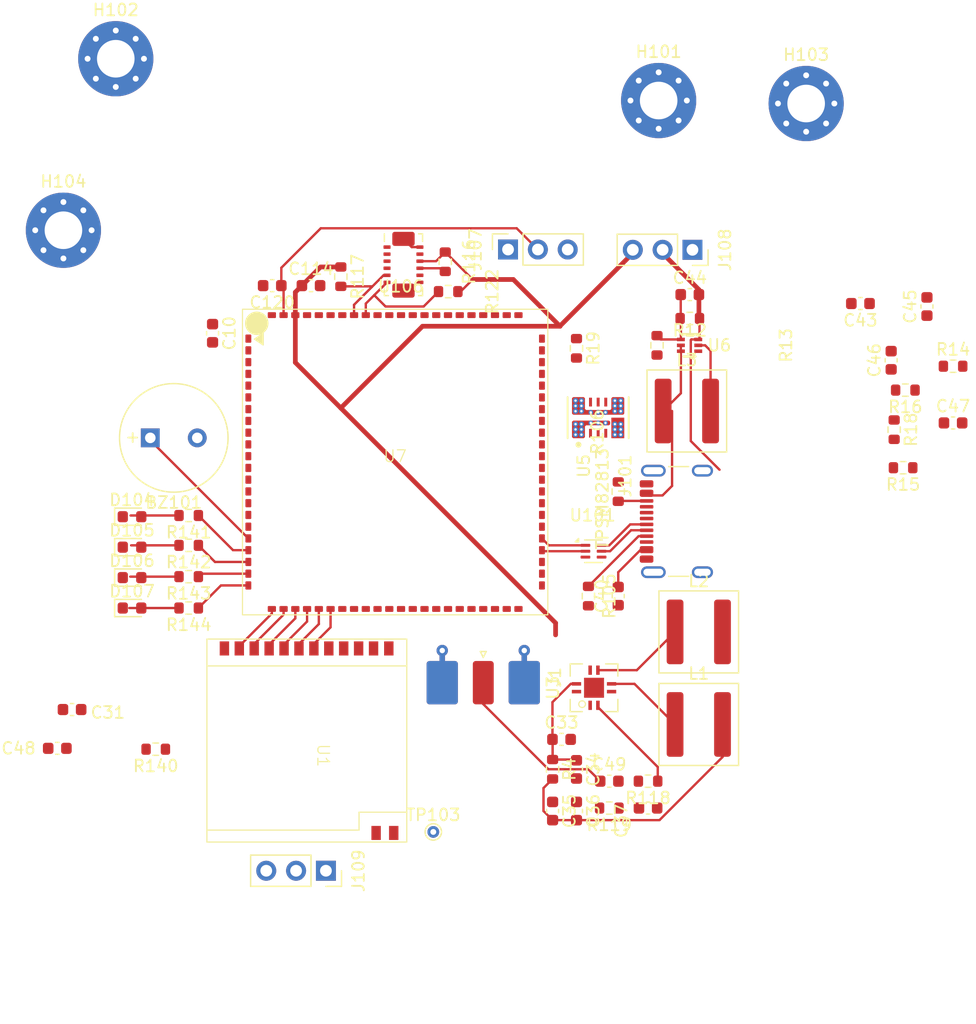
<source format=kicad_pcb>
(kicad_pcb (version 20241229) (generator "pcbnew") (generator_version "9.0")
  (layers (0 "F.Cu" signal) (2 "B.Cu" signal) (13 "F.Paste" user) (15 "B.Paste" user) (5 "F.SilkS" user "F.Silkscreen") (7 "B.SilkS" user "B.Silkscreen") (1 "F.Mask" user) (3 "B.Mask" user) (25 "Edge.Cuts" user))
  (net 0 "")
  (net 1 "/BUZZER")
  (net 2 "GND")
  (net 3 "+3V3")
  (net 4 "Net-(C33-Pad1)")
  (net 5 "+5V")
  (net 6 "Net-(U3-RFOUT)")
  (net 7 "/Si4463_ANT")
  (net 8 "/5V_USB")
  (net 9 "Net-(U6-FB)")
  (net 10 "Net-(U5-SS_TR)")
  (net 11 "Net-(U5-FB)")
  (net 12 "Net-(J1-In)")
  (net 13 "/Antenna_Connector")
  (net 14 "/RESET_SW")
  (net 15 "Net-(D104-A)")
  (net 16 "Net-(D105-A)")
  (net 17 "Net-(D106-A)")
  (net 18 "Net-(D107-A)")
  (net 55 "/D+")
  (net 57 "Net-(J101-CC1)")
  (net 58 "/D-")
  (net 59 "Net-(J101-CC2)")
  (net 61 "/BOOT_SW")
  (net 62 "/SPI_MOSI")
  (net 63 "/SPI_SCK")
  (net 64 "/SPI_MISO")
  (net 65 "Net-(L1-Pad1)")
  (net 66 "Net-(U6-SW)")
  (net 67 "Net-(U5-COMP_FSET)")
  (net 68 "Net-(U5-PG)")
  (net 69 "/SENSE_ALERT")
  (net 70 "/SENSE_SDA")
  (net 71 "/Antenna_Connector_T")
  (net 72 "/SENSE_SCL")
  (net 73 "/LED_RED")
  (net 74 "/LED_ORANGE")
  (net 75 "/LED_GREEN")
  (net 76 "/LED_BLUE")
  (net 77 "/Si4463_nSEL")
  (net 78 "/Si4463_GPIO0")
  (net 80 "/Si4463_nIRQ")
  (net 81 "/Si4463_CS")
  (net 82 "/Si4463_GPIO1")
  (net 84 "Net-(U5-VIN-Pad11)")
  (net 97 "/USB_D-")
  (net 131 "/USB_D+")
  (net 138 "Net-(U106-IN-)")
  (net 139 "Net-(U106-IN+)")
  (net 140 "/VREG_IN")
  (net 141 "/SYS_POWER")
  (footprint "Capacitor_SMD:C_0603_1608Metric" (layer "F.Cu") (at 173.99 62.484)
    (property "Reference" "C114")
    (property "Value" "0.1uF")
  )
  (footprint "Resistor_SMD:R_0603_1608Metric" (layer "F.Cu") (at 197.612 88.9 90)
    (property "Reference" "R105")
    (property "Value" "5.1k")
  )
  (footprint "Inductor_SMD:L_Coilcraft_XAL6060-XXX" (layer "F.Cu") (at 207.01 99.822)
    (property "Reference" "L1")
    (property "Value" "36nH")
  )
  (footprint "Capacitor_SMD:C_0603_1608Metric" (layer "F.Cu") (at 170.688 62.484 180)
    (property "Reference" "C120")
    (property "Value" "1uF")
  )
  (footprint "Resistor_SMD:R_0603_1608Metric" (layer "F.Cu") (at 185.674 62.992 180)
    (property "Reference" "R122")
    (property "Value" "4.7k")
  )
  (footprint "Capacitor_SMD:C_0603_1608Metric" (layer "F.Cu") (at 220.776 64.008 180)
    (property "Reference" "C43")
    (property "Value" "470nF")
  )
  (footprint "Capacitor_SMD:C_0603_1608Metric" (layer "F.Cu") (at 165.608 66.535 -90)
    (property "Reference" "C10")
    (property "Value" "C")
  )
  (footprint "Package_DFN_QFN:ST_UQFN-6L_1.5x1.7mm_P0.5mm" (layer "F.Cu") (at 198.0455 85.082)
    (property "Reference" "U101")
    (property "Value" "ECMF02-2AMX6")
  )
  (footprint "Connector_Coaxial:SMA_Molex_73251-2120_EdgeMount_Horizontal" (layer "F.Cu") (at 188.6585 96.516 -90)
    (property "Reference" "J1")
    (property "Value" "SMA")
  )
  (footprint "MountingHole:MountingHole_3.2mm_M3_Pad_Via" (layer "F.Cu") (at 216.154 46.99)
    (property "Reference" "H103")
    (property "Value" "MountingHole")
  )
  (footprint "Inductor_SMD:L_Coilcraft_XAL6060-XXX" (layer "F.Cu") (at 205.994 73.152)
    (property "Reference" "L3")
    (property "Value" "2.7uH")
  )
  (footprint "Resistor_SMD:R_0603_1608Metric" (layer "F.Cu") (at 203.454 67.564 -90)
    (property "Reference" "R13")
    (property "Value" "100K")
  )
  (footprint "Inductor_SMD:L_Coilcraft_XAL6060-XXX" (layer "F.Cu") (at 207.01 91.948)
    (property "Reference" "L2")
    (property "Value" "47nH")
  )
  (footprint "Capacitor_SMD:C_0603_1608Metric" (layer "F.Cu") (at 194.564 107.188 -90)
    (property "Reference" "C35")
    (property "Value" "100pF")
  )
  (footprint "Package_VQFN:VQFN-REL0014B" (layer "F.Cu") (at 181.864 60.706)
    (property "Reference" "U106")
    (property "Value" "INA745x")
  )
  (footprint "Capacitor_SMD:C_0603_1608Metric" (layer "F.Cu") (at 223.392 68.834 90)
    (property "Reference" "C46")
    (property "Value" "4.7nF")
  )
  (footprint "Capacitor_SMD:C_0603_1608Metric" (layer "F.Cu") (at 196.596 107.188 -90)
    (property "Reference" "C36")
    (property "Value" "1uF")
  )
  (footprint "Resistor_SMD:R_0603_1608Metric" (layer "F.Cu") (at 163.576 89.916 180)
    (property "Reference" "R144")
    (property "Value" "470")
  )
  (footprint "Capacitor_SMD:C_0603_1608Metric" (layer "F.Cu") (at 152.387 101.854)
    (property "Reference" "C48")
    (property "Value" "22uF")
  )
  (footprint "Resistor_SMD:R_0603_1608Metric" (layer "F.Cu") (at 206.248 65.278003 180)
    (property "Reference" "R12")
    (property "Value" "732K")
  )
  (footprint "Resistor_SMD:R_0603_1608Metric" (layer "F.Cu") (at 163.576 84.582 180)
    (property "Reference" "R142")
    (property "Value" "470")
  )
  (footprint "ESP32_P4_Module:ESP32-P4-Module-Waveshare" (layer "F.Cu") (at 167.656 63.994)
    (property "Reference" "U7")
    (property "Value" "~")
  )
  (footprint "Capacitor_SMD:C_0603_1608Metric" (layer "F.Cu") (at 228.663 74.168)
    (property "Reference" "C47")
    (property "Value" "10pF")
  )
  (footprint "Resistor_SMD:R_0603_1608Metric" (layer "F.Cu") (at 163.576 87.246 180)
    (property "Reference" "R143")
    (property "Value" "470")
  )
  (footprint "Resistor_SMD:R_0603_1608Metric" (layer "F.Cu") (at 199.39 106.934 180)
    (property "Reference" "R119")
    (property "Value" "0")
  )
  (footprint "Capacitor_SMD:C_0603_1608Metric" (layer "F.Cu") (at 195.326 101.092)
    (property "Reference" "C33")
    (property "Value" "100pF")
  )
  (footprint "Resistor_SMD:R_0603_1608Metric" (layer "F.Cu") (at 223.646 74.739 -90)
    (property "Reference" "R18")
    (property "Value" "453K")
  )
  (footprint "Connector_PinSocket_2.54mm:PinSocket_1x03_P2.54mm_Vertical" (layer "F.Cu") (at 175.26 112.268 -90)
    (property "Reference" "J109")
    (property "Value" "Conn_01x03")
  )
  (footprint "Connector_PinSocket_2.54mm:PinSocket_1x03_P2.54mm_Vertical" (layer "F.Cu") (at 190.769 59.411 90)
    (property "Reference" "J107")
    (property "Value" "Conn_01x03")
  )
  (footprint "QFN-8 3x3mm:QFN-8 3x3mm" (layer "F.Cu") (at 198.091 96.698 90)
    (property "Reference" "U3")
    (property "Value" "PMA-545G1+")
  )
  (footprint "TestPoint:TestPoint_THTPad_D1.0mm_Drill0.5mm" (layer "F.Cu") (at 184.404 108.966)
    (property "Reference" "TP103")
    (property "Value" "TestPoint")
  )
  (footprint "LED_SMD:LED_0603_1608Metric" (layer "F.Cu") (at 158.75 87.326)
    (property "Reference" "D106")
    (property "Value" "GREEN LED")
  )
  (footprint "RF_Module:RF4463PRO" (layer "F.Cu") (at 182.145 92.5545 -90)
    (property "Reference" "U1")
    (property "Value" "RF4463PRO")
  )
  (footprint "LED_SMD:LED_0603_1608Metric" (layer "F.Cu") (at 158.75 84.736)
    (property "Reference" "D105")
    (property "Value" "ORANGE LED")
  )
  (footprint "Resistor_SMD:R_0603_1608Metric" (layer "F.Cu") (at 224.408 77.978 180)
    (property "Reference" "R15")
    (property "Value" "100K")
  )
  (footprint "Capacitor_SMD:C_0603_1608Metric" (layer "F.Cu") (at 202.692 106.934)
    (property "Reference" "C37")
    (property "Value" "100pF")
  )
  (footprint "LED_SMD:LED_0603_1608Metric" (layer "F.Cu") (at 158.75 89.916)
    (property "Reference" "D107")
    (property "Value" "BLUE LED")
  )
  (footprint "MountingHole:MountingHole_3.2mm_M3_Pad_Via" (layer "F.Cu") (at 152.908 57.772)
    (property "Reference" "H104")
    (property "Value" "MountingHole")
  )
  (footprint "Resistor_SMD:R_0603_1608Metric" (layer "F.Cu") (at 163.576 82.042 180)
    (property "Reference" "R141")
    (property "Value" "470")
  )
  (footprint "Voltage Regulators:DRL0006A_TPS61023" (layer "F.Cu") (at 206.226001 67.564003)
    (property "Reference" "U6")
    (property "Value" "TPS61023DRLR")
  )
  (footprint "MountingHole:MountingHole_3.2mm_M3_Pad_Via" (layer "F.Cu") (at 203.594 46.736)
    (property "Reference" "H101")
    (property "Value" "MountingHole")
  )
  (footprint "Connector_PinSocket_2.54mm:PinSocket_1x03_P2.54mm_Vertical" (layer "F.Cu") (at 206.472 59.436 -90)
    (property "Reference" "J108")
    (property "Value" "Conn_01x03")
  )
  (footprint "Resistor_SMD:R_0603_1608Metric" (layer "F.Cu") (at 160.771 101.926 180)
    (property "Reference" "R140")
    (property "Value" "20k")
  )
  (footprint "Connector_USB:USB_C_Receptacle_GCT_USB4105-xx-A_16P_TopMnt_Horizontal" (layer "F.Cu") (at 206.248 82.55 90)
    (property "Reference" "J101")
    (property "Value" "USB4105-GF-A")
  )
  (footprint "Resistor_SMD:R_0603_1608Metric" (layer "F.Cu") (at 202.692 104.648 180)
    (property "Reference" "R118")
    (property "Value" "0")
  )
  (footprint "Capacitor_SMD:C_0603_1608Metric" (layer "F.Cu") (at 200.152 88.9 90)
    (property "Reference" "C40")
    (property "Value" "2.2uF")
  )
  (footprint "Resistor_SMD:R_0603_1608Metric" (layer "F.Cu") (at 194.564 103.632 -90)
    (property "Reference" "R4")
    (property "Value" "0")
  )
  (footprint "Capacitor_SMD:C_0603_1608Metric" (layer "F.Cu") (at 199.39 104.648)
    (property "Reference" "C49")
    (property "Value" "100pF")
  )
  (footprint "Resistor_SMD:R_0603_1608Metric" (layer "F.Cu") (at 196.596 67.818 -90)
    (property "Reference" "R19")
    (property "Value" "1K")
  )
  (footprint "LED_SMD:LED_0603_1608Metric" (layer "F.Cu") (at 158.75 82.146)
    (property "Reference" "D104")
    (property "Value" "RED LED")
  )
  (footprint "Resistor_SMD:R_0603_1608Metric" (layer "F.Cu") (at 224.599 71.374 180)
    (property "Reference" "R16")
    (property "Value" "100K")
  )
  (footprint "Capacitor_SMD:C_0603_1608Metric" (layer "F.Cu") (at 196.596 103.645 -90)
    (property "Reference" "C34")
    (property "Value" "1uF")
  )
  (footprint "Capacitor_SMD:C_0603_1608Metric" (layer "F.Cu") (at 153.644 98.552 180)
    (property "Reference" "C31")
    (property "Value" "C")
  )
  (footprint "Resistor_SMD:R_0603_1608Metric" (layer "F.Cu") (at 185.42 60.452 -90)
    (property "Reference" "R116")
    (property "Value" "10k")
  )
  (footprint "Buzzer_Beeper:MagneticBuzzer_PUI_AT-0927-TT-6-R" (layer "F.Cu") (at 160.306 75.438)
    (property "Reference" "BZ101")
    (property "Value" "Buzzer")
  )
  (footprint "Capacitor_SMD:C_0603_1608Metric" (layer "F.Cu") (at 226.44 64.262 90)
    (property "Reference" "C45")
    (property "Value" "22uF")
  )
  (footprint "Voltage Regulators:SIL0014B-MFG" (layer "F.Cu") (at 198.441 73.718001 90)
    (property "Reference" "U5")
    (property "Value" "TPSM82813SILR" (hide yes))
  )
  (footprint "Capacitor_SMD:C_0603_1608Metric" (layer "F.Cu") (at 206.248 63.246)
    (property "Reference" "C44")
    (property "Value" "1pF")
  )
  (footprint "Resistor_SMD:R_0603_1608Metric" (layer "F.Cu") (at 176.53 61.722 -90)
    (property "Reference" "R117")
    (property "Value" "4.7k")
  )
  (footprint "Resistor_SMD:R_0603_1608Metric" (layer "F.Cu") (at 228.663 69.342)
    (property "Reference" "R14")
    (property "Value" "10K")
  )
  (footprint "MountingHole:MountingHole_3.2mm_M3_Pad_Via" (layer "F.Cu") (at 157.366 43.18)
    (property "Reference" "H102")
    (property "Value" "MountingHole")
  )
  (footprint "Resistor_SMD:R_0603_1608Metric" (layer "F.Cu") (at 200.152 80.01 -90)
    (property "Reference" "R106")
    (property "Value" "5.1k")
  )
  (segment (start 168.656 83.994) (end 160.306 75.644) (width 0.2) (layer "F.Cu") (net 1))
  (segment (start 160.306 75.644) (end 160.306 75.438) (width 0.2) (layer "F.Cu") (net 1))
  (segment (start 176.53 72.898) (end 194.818 91.186) (width 0.4) (layer "F.Cu") (net 3))
  (segment (start 186.499 62.992) (end 186.725 62.992) (width 0.2) (layer "F.Cu") (net 3))
  (segment (start 184.640999 60.406001) (end 185.42 59.627) (width 0.2) (layer "F.Cu") (net 3))
  (segment (start 172.656 63.043) (end 173.215 62.484) (width 0.4) (layer "F.Cu") (net 3))
  (segment (start 195.194 65.918) (end 201.372 59.74) (width 0.4) (layer "F.Cu") (net 3))
  (segment (start 173.215 62.484) (end 174.802 60.897) (width 0.4) (layer "F.Cu") (net 3))
  (segment (start 195.194 65.938) (end 195.194 65.918) (width 0.4) (layer "F.Cu") (net 3))
  (segment (start 201.372 59.74) (end 201.392 59.74) (width 0.4) (layer "F.Cu") (net 3))
  (segment (start 185.42 59.627) (end 187.755 61.962) (width 0.2) (layer "F.Cu") (net 3))
  (segment (start 172.656 69.024) (end 176.53 72.898) (width 0.4) (layer "F.Cu") (net 3))
  (segment (start 183.264 60.406001) (end 184.640999 60.406001) (width 0.2) (layer "F.Cu") (net 3))
  (segment (start 174.802 60.897) (end 176.53 60.897) (width 0.4) (layer "F.Cu") (net 3))
  (segment (start 172.656 64.994) (end 172.656 69.024) (width 0.4) (layer "F.Cu") (net 3))
  (segment (start 176.53 72.898) (end 183.49 65.938) (width 0.4) (layer "F.Cu") (net 3))
  (segment (start 172.656 64.994) (end 172.656 63.043) (width 0.4) (layer "F.Cu") (net 3))
  (segment (start 194.818 91.186) (end 194.818 92.202) (width 0.4) (layer "F.Cu") (net 3))
  (segment (start 191.218 61.962) (end 187.755 61.962) (width 0.4) (layer "F.Cu") (net 3))
  (segment (start 195.194 65.938) (end 191.218 61.962) (width 0.4) (layer "F.Cu") (net 3))
  (segment (start 183.49 65.938) (end 195.194 65.938) (width 0.4) (layer "F.Cu") (net 3))
  (segment (start 186.725 62.992) (end 187.755 61.962) (width 0.2) (layer "F.Cu") (net 3))
  (segment (start 194.564 102.807) (end 196.533 102.807) (width 0.2) (layer "F.Cu") (net 4))
  (segment (start 196.596 96.368) (end 196.109 96.368) (width 0.2) (layer "F.Cu") (net 4))
  (segment (start 194.564 101.105) (end 194.551 101.092) (width 0.2) (layer "F.Cu") (net 4))
  (segment (start 194.564 102.807) (end 194.564 101.105) (width 0.2) (layer "F.Cu") (net 4))
  (segment (start 194.614 102.857) (end 194.564 102.807) (width 0.2) (layer "F.Cu") (net 4))
  (segment (start 196.533 102.807) (end 196.596 102.87) (width 0.2) (layer "F.Cu") (net 4))
  (segment (start 196.109 96.368) (end 194.551 97.926) (width 0.2) (layer "F.Cu") (net 4))
  (segment (start 194.551 97.926) (end 194.551 101.092) (width 0.2) (layer "F.Cu") (net 4))
  (segment (start 193.788 107.187) (end 193.788 105.233) (width 0.2) (layer "F.Cu") (net 5))
  (segment (start 196.596 107.963) (end 194.564 107.963) (width 0.2) (layer "F.Cu") (net 5))
  (segment (start 209.03 99.822) (end 209.03 102.59611) (width 0.2) (layer "F.Cu") (net 5))
  (segment (start 203.932 59.74) (end 203.932 59.436) (width 0.4) (layer "F.Cu") (net 5))
  (segment (start 206.330002 75.704217) (end 208.776 78.150215) (width 0.2) (layer "F.Cu") (net 5))
  (segment (start 194.564 107.963) (end 193.788 107.187) (width 0.2) (layer "F.Cu") (net 5))
  (segment (start 206.966002 67.064001) (end 206.379002 67.064001) (width 0.2) (layer "F.Cu") (net 5))
  (segment (start 206.330002 67.113001) (end 206.330002 75.704217) (width 0.2) (layer "F.Cu") (net 5))
  (segment (start 207.023 62.831) (end 203.932 59.74) (width 0.4) (layer "F.Cu") (net 5))
  (segment (start 209.03 102.59611) (end 203.66311 107.963) (width 0.2) (layer "F.Cu") (net 5))
  (segment (start 207.073 65.278003) (end 207.073 66.957003) (width 0.2) (layer "F.Cu") (net 5))
  (segment (start 207.023 65.250002) (end 207.051001 65.278003) (width 0.6) (layer "F.Cu") (net 5))
  (segment (start 206.379002 67.064001) (end 206.330002 67.113001) (width 0.2) (layer "F.Cu") (net 5))
  (segment (start 203.66311 107.963) (end 196.596 107.963) (width 0.2) (layer "F.Cu") (net 5))
  (segment (start 207.023 63.246) (end 207.023 62.831) (width 0.4) (layer "F.Cu") (net 5))
  (segment (start 207.023 63.246) (end 207.023 65.250002) (width 0.4) (layer "F.Cu") (net 5))
  (segment (start 207.073 66.957003) (end 206.966002 67.064001) (width 0.2) (layer "F.Cu") (net 5))
  (segment (start 193.788 105.233) (end 194.564 104.457) (width 0.2) (layer "F.Cu") (net 5))
  (segment (start 198.421 95.203) (end 201.735 95.203) (width 0.2) (layer "F.Cu") (net 6))
  (segment (start 201.735 95.203) (end 204.99 91.948) (width 0.2) (layer "F.Cu") (net 6))
  (segment (start 200.152 86.868) (end 200.152 88.125) (width 0.2) (layer "F.Cu") (net 8))
  (segment (start 202.07 84.95) (end 200.152 86.868) (width 0.2) (layer "F.Cu") (net 8))
  (segment (start 204.736 79.523008) (end 203.923008 80.336) (width 0.2) (layer "F.Cu") (net 8))
  (segment (start 205.486 71.64) (end 203.974 73.152) (width 0.2) (layer "F.Cu") (net 8))
  (segment (start 202.568 84.95) (end 202.07 84.95) (width 0.2) (layer "F.Cu") (net 8))
  (segment (start 203.923008 80.336) (end 202.754 80.336) (width 0.2) (layer "F.Cu") (net 8))
  (segment (start 202.754 80.336) (end 202.568 80.15) (width 0.2) (layer "F.Cu") (net 8))
  (segment (start 205.486 68.064002) (end 205.486 71.64) (width 0.2) (layer "F.Cu") (net 8))
  (segment (start 204.736 79.523008) (end 204.736 73.152) (width 0.2) (layer "F.Cu") (net 8))
  (segment (start 205.486 67.564) (end 205.486 68.064002) (width 0.2) (layer "F.Cu") (net 8))
  (segment (start 203.779001 67.064001) (end 203.454 66.739) (width 0.2) (layer "F.Cu") (net 9))
  (segment (start 205.486 65.341003) (end 205.423 65.278003) (width 0.2) (layer "F.Cu") (net 9))
  (segment (start 205.473 65.206004) (end 205.401001 65.278003) (width 0.2) (layer "F.Cu") (net 9))
  (segment (start 205.486 67.064001) (end 203.779001 67.064001) (width 0.2) (layer "F.Cu") (net 9))
  (segment (start 205.473 63.246) (end 205.473 65.206004) (width 0.2) (layer "F.Cu") (net 9))
  (segment (start 205.486 67.064001) (end 205.486 65.341003) (width 0.2) (layer "F.Cu") (net 9))
  (segment (start 194.199936 103.632) (end 188.6585 98.090564) (width 0.2) (layer "F.Cu") (net 12))
  (segment (start 197.599 103.632) (end 194.199936 103.632) (width 0.2) (layer "F.Cu") (net 12))
  (segment (start 188.6585 98.090564) (end 188.6585 96.266) (width 0.2) (layer "F.Cu") (net 12))
  (segment (start 198.615 104.648) (end 197.599 103.632) (width 0.2) (layer "F.Cu") (net 12))
  (segment (start 171.656 62.677) (end 171.463 62.484) (width 0.2) (layer "F.Cu") (net 14))
  (segment (start 191.503 57.605) (end 193.309 59.411) (width 0.2) (layer "F.Cu") (net 14))
  (segment (start 174.822936 57.605) (end 191.503 57.605) (width 0.2) (layer "F.Cu") (net 14))
  (segment (start 171.463 62.484) (end 171.463 60.964936) (width 0.2) (layer "F.Cu") (net 14))
  (segment (start 171.656 64.994) (end 171.656 62.677) (width 0.2) (layer "F.Cu") (net 14))
  (segment (start 171.463 60.964936) (end 174.822936 57.605) (width 0.2) (layer "F.Cu") (net 14))
  (segment (start 159.6415 82.042) (end 159.5375 82.146) (width 0.2) (layer "F.Cu") (net 15))
  (segment (start 162.751 82.042) (end 158.6255 82.042) (width 0.2) (layer "F.Cu") (net 15))
  (segment (start 162.751 84.582) (end 158.6755 84.582) (width 0.2) (layer "F.Cu") (net 16))
  (segment (start 159.6915 84.582) (end 159.5375 84.736) (width 0.2) (layer "F.Cu") (net 16))
  (segment (start 162.751 87.246) (end 158.6015 87.246) (width 0.2) (layer "F.Cu") (net 17))
  (segment (start 159.6175 87.246) (end 159.5375 87.326) (width 0.2) (layer "F.Cu") (net 17))
  (segment (start 162.751 89.916) (end 158.5215 89.916) (width 0.2) (layer "F.Cu") (net 18))
  (segment (start 199.39 84.582) (end 198.733 84.582) (width 0.2) (layer "F.Cu") (net 55))
  (segment (start 201.172 82.8) (end 199.39 84.582) (width 0.2) (layer "F.Cu") (net 55))
  (segment (start 202.568 82.8) (end 201.172 82.8) (width 0.2) (layer "F.Cu") (net 55))
  (segment (start 201.887 83.8) (end 197.612 88.075) (width 0.2) (layer "F.Cu") (net 57))
  (segment (start 202.568 83.8) (end 201.887 83.8) (width 0.2) (layer "F.Cu") (net 57))
  (segment (start 201.2391 83.3) (end 199.4571 85.082) (width 0.2) (layer "F.Cu") (net 58))
  (segment (start 202.568 83.3) (end 201.2391 83.3) (width 0.2) (layer "F.Cu") (net 58))
  (segment (start 199.4571 85.082) (end 198.733 85.082) (width 0.2) (layer "F.Cu") (net 58))
  (segment (start 202.568 80.8) (end 200.187 80.8) (width 0.2) (layer "F.Cu") (net 59))
  (segment (start 200.187 80.8) (end 200.152 80.835) (width 0.2) (layer "F.Cu") (net 59))
  (segment (start 172.965 92.973) (end 174.656 91.282) (width 0.2) (layer "F.Cu") (net 62))
  (segment (start 174.656 91.282) (end 174.656 89.994) (width 0.2) (layer "F.Cu") (net 62))
  (segment (start 172.965 93.3545) (end 172.965 92.973) (width 0.2) (layer "F.Cu") (net 62))
  (segment (start 173.656 91.0615) (end 173.656 89.994) (width 0.2) (layer "F.Cu") (net 63))
  (segment (start 171.695 93.3545) (end 171.695 93.0225) (width 0.2) (layer "F.Cu") (net 63))
  (segment (start 171.695 93.0225) (end 173.656 91.0615) (width 0.2) (layer "F.Cu") (net 63))
  (segment (start 174.235 93.3545) (end 174.235 92.973) (width 0.2) (layer "F.Cu") (net 64))
  (segment (start 174.235 92.973) (end 175.656 91.552) (width 0.2) (layer "F.Cu") (net 64))
  (segment (start 175.656 91.552) (end 175.656 89.994) (width 0.2) (layer "F.Cu") (net 64))
  (segment (start 199.586 96.368) (end 201.536 96.368) (width 0.2) (layer "F.Cu") (net 65))
  (segment (start 201.536 96.368) (end 204.99 99.822) (width 0.2) (layer "F.Cu") (net 65))
  (segment (start 206.966002 67.564) (end 207.552999 67.564) (width 0.2) (layer "F.Cu") (net 66))
  (segment (start 208.014 68.025001) (end 208.014 73.152) (width 0.2) (layer "F.Cu") (net 66))
  (segment (start 207.552999 67.564) (end 208.014 68.025001) (width 0.2) (layer "F.Cu") (net 66))
  (segment (start 185.148999 61.005999) (end 185.42 61.277) (width 0.2) (layer "F.Cu") (net 69))
  (segment (start 183.264 61.005999) (end 185.148999 61.005999) (width 0.2) (layer "F.Cu") (net 69))
  (segment (start 177.656 64.114001) (end 177.656 64.994) (width 0.2) (layer "F.Cu") (net 70))
  (segment (start 180.464 61.606001) (end 180.164 61.606001) (width 0.2) (layer "F.Cu") (net 70))
  (segment (start 176.53 62.547) (end 179.133 62.547) (width 0.2) (layer "F.Cu") (net 70))
  (segment (start 179.133 62.547) (end 179.178001 62.592001) (width 0.2) (layer "F.Cu") (net 70))
  (segment (start 179.178001 62.592001) (end 177.656 64.114001) (width 0.2) (layer "F.Cu") (net 70))
  (segment (start 180.164 61.606001) (end 179.178001 62.592001) (width 0.2) (layer "F.Cu") (net 70))
  (segment (start 203.517 103.441) (end 203.517 104.648) (width 0.2) (layer "F.Cu") (net 71))
  (segment (start 198.421 98.193) (end 198.421 98.345) (width 0.2) (layer "F.Cu") (net 71))
  (segment (start 198.421 98.345) (end 203.517 103.441) (width 0.2) (layer "F.Cu") (net 71))
  (segment (start 179.374 63.296) (end 180.464 62.206) (width 0.2) (layer "F.Cu") (net 72))
  (segment (start 180.34 64.262) (end 183.579 64.262) (width 0.2) (layer "F.Cu") (net 72))
  (segment (start 178.656 64.994) (end 178.656 64.014) (width 0.2) (layer "F.Cu") (net 72))
  (segment (start 183.579 64.262) (end 184.849 62.992) (width 0.2) (layer "F.Cu") (net 72))
  (segment (start 178.656 64.014) (end 179.374 63.296) (width 0.2) (layer "F.Cu") (net 72))
  (segment (start 179.374 63.296) (end 180.34 64.262) (width 0.2) (layer "F.Cu") (net 72))
  (segment (start 168.656 84.994) (end 167.353 84.994) (width 0.2) (layer "F.Cu") (net 73))
  (segment (start 167.353 84.994) (end 164.401 82.042) (width 0.2) (layer "F.Cu") (net 73))
  (segment (start 168.656 85.994) (end 165.813 85.994) (width 0.2) (layer "F.Cu") (net 74))
  (segment (start 165.813 85.994) (end 164.401 84.582) (width 0.2) (layer "F.Cu") (net 74))
  (segment (start 164.653 86.994) (end 164.401 87.246) (width 0.2) (layer "F.Cu") (net 75))
  (segment (start 168.656 86.994) (end 164.653 86.994) (width 0.2) (layer "F.Cu") (net 75))
  (segment (start 166.323 87.994) (end 164.401 89.916) (width 0.2) (layer "F.Cu") (net 76))
  (segment (start 168.656 87.994) (end 166.323 87.994) (width 0.2) (layer "F.Cu") (net 76))
  (segment (start 170.425 93.3545) (end 170.425 93.0225) (width 0.2) (layer "F.Cu") (net 77))
  (segment (start 172.656 90.7915) (end 172.656 89.994) (width 0.2) (layer "F.Cu") (net 77))
  (segment (start 170.425 93.0225) (end 172.656 90.7915) (width 0.2) (layer "F.Cu") (net 77))
  (segment (start 171.656 90.472) (end 171.656 89.994) (width 0.2) (layer "F.Cu") (net 80))
  (segment (start 169.155 92.973) (end 171.656 90.472) (width 0.2) (layer "F.Cu") (net 80))
  (segment (start 169.155 93.3545) (end 169.155 92.973) (width 0.2) (layer "F.Cu") (net 80))
  (segment (start 167.885 93.1545) (end 170.656 90.3835) (width 0.2) (layer "F.Cu") (net 81))
  (segment (start 167.885 93.3545) (end 167.885 93.1545) (width 0.2) (layer "F.Cu") (net 81))
  (segment (start 170.656 90.3835) (end 170.656 89.994) (width 0.2) (layer "F.Cu") (net 81))
  (segment (start 193.744 85.082) (end 193.656 84.994) (width 0.2) (layer "F.Cu") (net 97))
  (segment (start 197.358 85.082) (end 193.744 85.082) (width 0.2) (layer "F.Cu") (net 97))
  (segment (start 197.358 84.582) (end 194.244 84.582) (width 0.2) (layer "F.Cu") (net 131))
  (segment (start 194.244 84.582) (end 193.656 83.994) (width 0.2) (layer "F.Cu") (net 131))
  (segment (start 183.264 59.206) (end 182.564 59.206) (width 0.2) (layer "F.Cu") (net 141))
  (segment (start 182.564 59.206) (end 181.864 58.506) (width 0.2) (layer "F.Cu") (net 141))
)
</source>
